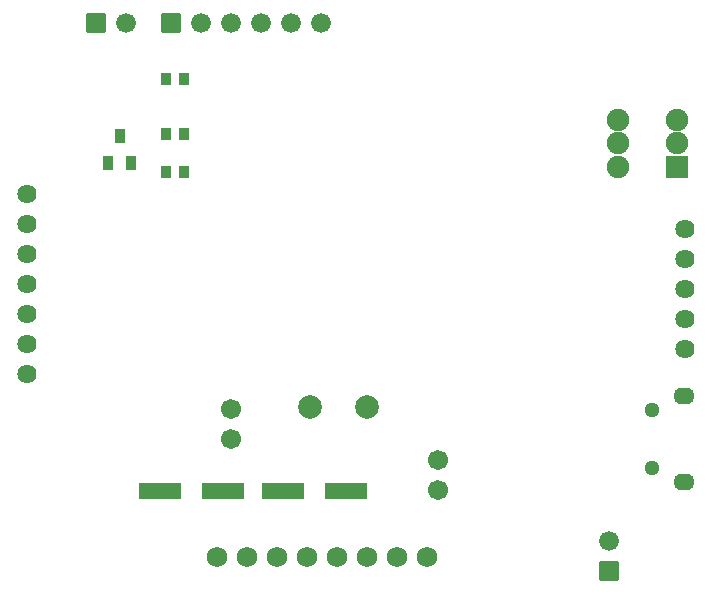
<source format=gbs>
G04 Layer: BottomSolderMaskLayer*
G04 EasyEDA v6.5.28, 2023-05-12 23:13:51*
G04 2c4de912aade46c3ae8d467baab15760,9779bb66b829476cac46641fb3e7303a,10*
G04 Gerber Generator version 0.2*
G04 Scale: 100 percent, Rotated: No, Reflected: No *
G04 Dimensions in inches *
G04 leading zeros omitted , absolute positions ,3 integer and 6 decimal *
%FSLAX36Y36*%
%MOIN*%

%AMMACRO1*1,1,$1,$2,$3*1,1,$1,$4,$5*1,1,$1,0-$2,0-$3*1,1,$1,0-$4,0-$5*20,1,$1,$2,$3,$4,$5,0*20,1,$1,$4,$5,0-$2,0-$3,0*20,1,$1,0-$2,0-$3,0-$4,0-$5,0*20,1,$1,0-$4,0-$5,$2,$3,0*4,1,4,$2,$3,$4,$5,0-$2,0-$3,0-$4,0-$5,$2,$3,0*%
%ADD10MACRO1,0.004X0.0689X0.0236X-0.0689X0.0236*%
%ADD11MACRO1,0.004X0.0157X-0.0197X0.0157X0.0197*%
%ADD12MACRO1,0.004X0.0159X-0.017X0.0159X0.017*%
%ADD13MACRO1,0.004X-0.0159X-0.017X-0.0159X0.017*%
%ADD14C,0.0640*%
%ADD15C,0.0670*%
%ADD16MACRO1,0.004X-0.031X0.031X0.031X0.031*%
%ADD17C,0.0660*%
%ADD18MACRO1,0.004X0.031X0.031X0.031X-0.031*%
%ADD19C,0.0789*%
%ADD20C,0.0512*%
%ADD21O,0.070929X0.05518100000000001*%
%ADD22MACRO1,0.0039X-0.0354X-0.0354X-0.0354X0.0354*%
%ADD23C,0.0748*%
%ADD24C,0.0680*%

%LPD*%
D10*
G01*
X1025119Y1140000D03*
G01*
X814879Y1140000D03*
G01*
X1224882Y1140000D03*
G01*
X1435117Y1140000D03*
D11*
G01*
X642598Y2234724D03*
G01*
X679998Y2325275D03*
G01*
X717401Y2234724D03*
D12*
G01*
X835344Y2330000D03*
D13*
G01*
X894655Y2330000D03*
D12*
G01*
X835344Y2205000D03*
D13*
G01*
X894655Y2205000D03*
D12*
G01*
X835344Y2515000D03*
D13*
G01*
X894655Y2515000D03*
D14*
G01*
X2565000Y2015000D03*
G01*
X2565000Y1915000D03*
G01*
X2565000Y1815000D03*
G01*
X2565000Y1715000D03*
G01*
X2565000Y1615000D03*
G01*
X370000Y1530000D03*
G01*
X370000Y1630000D03*
G01*
X370000Y1730000D03*
G01*
X370000Y1830000D03*
G01*
X370000Y1930000D03*
G01*
X370000Y2030000D03*
G01*
X370000Y2130000D03*
D15*
G01*
X1740000Y1145000D03*
G01*
X1740000Y1245000D03*
G01*
X1050000Y1315000D03*
G01*
X1050000Y1415000D03*
D16*
G01*
X2310000Y875000D03*
D17*
G01*
X2310000Y975000D03*
D18*
G01*
X600000Y2700000D03*
D17*
G01*
X700000Y2700000D03*
D19*
G01*
X1506059Y1420000D03*
G01*
X1313940Y1420000D03*
D20*
G01*
X2455879Y1410479D03*
G01*
X2455879Y1219540D03*
D21*
G01*
X2561390Y1172289D03*
G01*
X2561390Y1457730D03*
D17*
G01*
X1350000Y2700000D03*
G01*
X1250000Y2700000D03*
G01*
X1150000Y2700000D03*
G01*
X1050000Y2700000D03*
G01*
X950000Y2700000D03*
D16*
G01*
X850000Y2700000D03*
D22*
G01*
X2538425Y2221259D03*
D23*
G01*
X2538429Y2300000D03*
G01*
X2538429Y2378739D03*
G01*
X2341580Y2378739D03*
G01*
X2341580Y2300000D03*
G01*
X2341580Y2221260D03*
D24*
G01*
X1705029Y919879D03*
G01*
X1605020Y919879D03*
G01*
X1505020Y919879D03*
G01*
X1405020Y919879D03*
G01*
X1305020Y919879D03*
G01*
X1205020Y919879D03*
G01*
X1105020Y919859D03*
G01*
X1005029Y920070D03*
M02*

</source>
